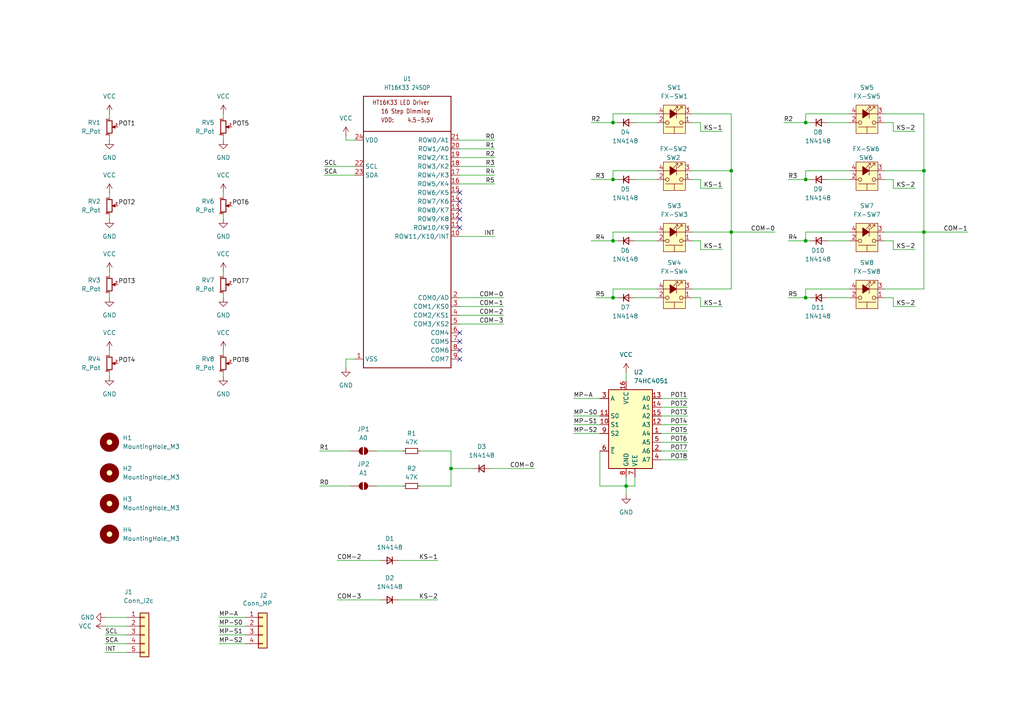
<source format=kicad_sch>
(kicad_sch (version 20231120) (generator "eeschema") (generator_version "8.0")
  (paper "A4")
  (lib_symbols
    (symbol "74xx:74HC4051"
      (property "Reference" "U" (at -5.08 11.43 0))
      (property "Value" "74HC4051" (at -7.62 -13.97 0))
      (symbol "74HC4051_0_1"
        (rectangle (start -5.08 10.16) (end 7.62 -12.7) (stroke (width 0.254)) (fill (type background)))
      )
      (symbol "74HC4051_1_1"
        (pin passive line (at 10.16 -2.54 180) (length 2.54) (name "A4") (number "1"))
        (pin input line (at -7.62 0 0) (length 2.54) (name "S1") (number "10"))
        (pin input line (at -7.62 2.54 0) (length 2.54) (name "S0") (number "11"))
        (pin passive line (at 10.16 0 180) (length 2.54) (name "A3") (number "12"))
        (pin passive line (at 10.16 7.62 180) (length 2.54) (name "A0") (number "13"))
        (pin passive line (at 10.16 5.08 180) (length 2.54) (name "A1") (number "14"))
        (pin passive line (at 10.16 2.54 180) (length 2.54) (name "A2") (number "15"))
        (pin power_in line (at 0 12.7 270) (length 2.54) (name "VCC") (number "16"))
        (pin passive line (at 10.16 -7.62 180) (length 2.54) (name "A6") (number "2"))
        (pin passive line (at -7.62 7.62 0) (length 2.54) (name "A") (number "3"))
        (pin passive line (at 10.16 -10.16 180) (length 2.54) (name "A7") (number "4"))
        (pin passive line (at 10.16 -5.08 180) (length 2.54) (name "A5") (number "5"))
        (pin input line (at -7.62 -7.62 0) (length 2.54) (name "~{E}") (number "6"))
        (pin power_in line (at 2.54 -15.24 90) (length 2.54) (name "VEE") (number "7"))
        (pin power_in line (at 0 -15.24 90) (length 2.54) (name "GND") (number "8"))
        (pin input line (at -7.62 -2.54 0) (length 2.54) (name "S2") (number "9"))
      )
    )
    (symbol "Connector_Generic:Conn_01x04" (pin_names (offset 1.016) hide)
      (property "Reference" "J" (at 0 5.08 0))
      (property "Value" "Conn_01x04" (at 0 -7.62 0))
      (symbol "Conn_01x04_1_1"
        (rectangle (start -1.27 -4.953) (end 0 -5.207) (stroke (width 0.1524)))
        (rectangle (start -1.27 -2.413) (end 0 -2.667) (stroke (width 0.1524)))
        (rectangle (start -1.27 0.127) (end 0 -0.127) (stroke (width 0.1524)))
        (rectangle (start -1.27 2.667) (end 0 2.413) (stroke (width 0.1524)))
        (rectangle (start -1.27 3.81) (end 1.27 -6.35) (stroke (width 0.254)) (fill (type background)))
        (pin passive line (at -5.08 2.54 0) (length 3.81) (name "Pin_1") (number "1"))
        (pin passive line (at -5.08 0 0) (length 3.81) (name "Pin_2") (number "2"))
        (pin passive line (at -5.08 -2.54 0) (length 3.81) (name "Pin_3") (number "3"))
        (pin passive line (at -5.08 -5.08 0) (length 3.81) (name "Pin_4") (number "4"))
      )
    )
    (symbol "Connector_Generic:Conn_01x05" (pin_names (offset 1.016) hide)
      (property "Reference" "J" (at 0 7.62 0))
      (property "Value" "Conn_01x05" (at 0 -7.62 0))
      (symbol "Conn_01x05_1_1"
        (rectangle (start -1.27 -4.953) (end 0 -5.207) (stroke (width 0.1524)))
        (rectangle (start -1.27 -2.413) (end 0 -2.667) (stroke (width 0.1524)))
        (rectangle (start -1.27 0.127) (end 0 -0.127) (stroke (width 0.1524)))
        (rectangle (start -1.27 2.667) (end 0 2.413) (stroke (width 0.1524)))
        (rectangle (start -1.27 5.207) (end 0 4.953) (stroke (width 0.1524)))
        (rectangle (start -1.27 6.35) (end 1.27 -6.35) (stroke (width 0.254)) (fill (type background)))
        (pin passive line (at -5.08 5.08 0) (length 3.81) (name "Pin_1") (number "1"))
        (pin passive line (at -5.08 2.54 0) (length 3.81) (name "Pin_2") (number "2"))
        (pin passive line (at -5.08 0 0) (length 3.81) (name "Pin_3") (number "3"))
        (pin passive line (at -5.08 -2.54 0) (length 3.81) (name "Pin_4") (number "4"))
        (pin passive line (at -5.08 -5.08 0) (length 3.81) (name "Pin_5") (number "5"))
      )
    )
    (symbol "Device:D_Small" (pin_numbers hide) (pin_names (offset 0.254) hide)
      (property "Reference" "D" (at -1.27 2.032 0))
      (property "Value" "D_Small" (at -3.81 -2.032 0))
      (symbol "D_Small_0_1"
        (polyline (pts (xy -0.762 -1.016) (xy -0.762 1.016)) (stroke (width 0.254)))
        (polyline (pts (xy -0.762 0) (xy 0.762 0)))
        (polyline (pts (xy 0.762 -1.016) (xy -0.762 0) (xy 0.762 1.016) (xy 0.762 -1.016)) (stroke (width 0.254)))
      )
      (symbol "D_Small_1_1"
        (pin passive line (at -2.54 0 0) (length 1.778) (name "K") (number "1"))
        (pin passive line (at 2.54 0 180) (length 1.778) (name "A") (number "2"))
      )
    )
    (symbol "Device:R_Potentiometer_Small" (pin_names (offset 1.016) hide)
      (property "Reference" "RV" (at -4.445 0 90))
      (property "Value" "R_Potentiometer_Small" (at -2.54 0 90))
      (symbol "R_Potentiometer_Small_0_1"
        (polyline (pts (xy 0.889 0) (xy 0.635 0) (xy 1.651 0.381) (xy 1.651 -0.381) (xy 0.635 0) (xy 0.889 0)) (fill (type outline)))
        (rectangle (start 0.762 1.8034) (end -0.762 -1.8034) (stroke (width 0.254)))
      )
      (symbol "R_Potentiometer_Small_1_1"
        (pin passive line (at 0 2.54 270) (length 0.635) (name "1") (number "1"))
        (pin passive line (at 2.54 0 180) (length 0.9906) (name "2") (number "2"))
        (pin passive line (at 0 -2.54 90) (length 0.635) (name "3") (number "3"))
      )
    )
    (symbol "Device:R_Small" (pin_numbers hide) (pin_names (offset 0.254) hide)
      (property "Reference" "R" (at 0.762 0.508 0))
      (property "Value" "R_Small" (at 0.762 -1.016 0))
      (symbol "R_Small_0_1"
        (rectangle (start -0.762 1.778) (end 0.762 -1.778) (stroke (width 0.2032)))
      )
      (symbol "R_Small_1_1"
        (pin passive line (at 0 2.54 270) (length 0.762) (name "~") (number "1"))
        (pin passive line (at 0 -2.54 90) (length 0.762) (name "~") (number "2"))
      )
    )
    (symbol "Jumper:SolderJumper_2_Open" (pin_numbers hide) (pin_names (offset 0) hide) (exclude_from_sim yes) (in_bom no)
      (property "Reference" "JP" (at 0 2.032 0))
      (property "Value" "SolderJumper_2_Open" (at 0 -2.54 0))
      (symbol "SolderJumper_2_Open_0_1"
        (arc (start -0.254 1.016) (mid -1.2656 0) (end -0.254 -1.016))
        (arc (start -0.254 1.016) (mid -1.2656 0) (end -0.254 -1.016) (fill (type outline)))
        (polyline (pts (xy -0.254 1.016) (xy -0.254 -1.016)))
        (polyline (pts (xy 0.254 1.016) (xy 0.254 -1.016)))
        (arc (start 0.254 -1.016) (mid 1.2656 0) (end 0.254 1.016))
        (arc (start 0.254 -1.016) (mid 1.2656 0) (end 0.254 1.016) (fill (type outline)))
      )
      (symbol "SolderJumper_2_Open_1_1"
        (pin passive line (at -3.81 0 0) (length 2.54) (name "A") (number "1"))
        (pin passive line (at 3.81 0 180) (length 2.54) (name "B") (number "2"))
      )
    )
    (symbol "PCM_SL_Mechanical:MountingHole_M3"
      (property "Reference" "H" (at 0 7.62 0))
      (property "Value" "MountingHole_M3" (at 0 5.08 0))
      (symbol "MountingHole_M3_0_1"
        (circle (center 0 0) (radius 1.27) (fill (type background)))
        (circle (center 0 0) (radius 1.7961) (stroke (width 2)))
      )
    )
    (symbol "Switch:SW_Push_LED" (pin_names (offset 1.016) hide)
      (property "Reference" "SW" (at 0 7.62 0))
      (property "Value" "SW_Push_LED" (at 0 -3.81 0))
      (symbol "SW_Push_LED_0_0"
        (polyline (pts (xy -2.54 0) (xy 2.54 0)))
        (polyline (pts (xy -2.286 -2.159) (xy -1.016 -0.889)))
        (polyline (pts (xy -1.016 -2.159) (xy 0.254 -0.889)))
        (polyline (pts (xy -0.635 1.27) (xy -0.635 -1.27)))
        (polyline (pts (xy -2.286 -1.524) (xy -2.286 -2.159) (xy -1.651 -2.159)))
        (polyline (pts (xy -1.016 -1.524) (xy -1.016 -2.159) (xy -0.381 -2.159)))
        (polyline (pts (xy -0.635 0) (xy 1.27 1.27) (xy 1.27 -1.27) (xy -0.635 0)) (fill (type outline)))
      )
      (symbol "SW_Push_LED_0_1"
        (circle (center -2.032 2.54) (radius 0.508))
        (polyline (pts (xy 0 3.81) (xy 0 5.588)))
        (polyline (pts (xy 2.54 3.81) (xy -2.54 3.81)))
        (circle (center 2.032 2.54) (radius 0.508))
        (pin passive line (at -5.08 2.54 0) (length 2.54) (name "1") (number "1"))
        (pin passive line (at 5.08 2.54 180) (length 2.54) (name "2") (number "2"))
        (pin passive line (at -5.08 0 0) (length 2.54) (name "K") (number "3"))
        (pin passive line (at 5.08 0 180) (length 2.54) (name "A") (number "4"))
      )
      (symbol "SW_Push_LED_1_1"
        (rectangle (start -3.175 5.715) (end 3.175 -2.54) (fill (type background)))
      )
    )
    (symbol "ht16k33_sop28:HT16K33_SOP24"
      (property "Reference" "U1" (at -12.7 40.64 0))
      (property "Value" "HT16K33 24SOP" (at -12.7 -43.18 0))
      (symbol "HT16K33_SOP24_1_0"
        (polyline (pts (xy -12.7 -40.64) (xy -12.7 27.94)) (stroke (width 0.254)))
        (polyline (pts (xy -12.7 27.94) (xy -12.7 38.1)) (stroke (width 0.254)))
        (polyline (pts (xy -12.7 27.94) (xy 12.7 27.94)) (stroke (width 0.254)))
        (polyline (pts (xy -12.7 38.1) (xy 12.7 38.1)) (stroke (width 0.254)))
        (polyline (pts (xy 12.7 -40.64) (xy -12.7 -40.64)) (stroke (width 0.254)))
        (polyline (pts (xy 12.7 38.1) (xy 12.7 -40.64)) (stroke (width 0.254)))
        (text "16 Step Dimming" (at -7.62 33.02 0) (effects (font (size 1.27 1.0795)) (justify left bottom)))
        (text "4.5-5.5V" (at 0 30.48 0) (effects (font (size 1.27 1.0795)) (justify left bottom)))
        (text "HT16K33 LED Driver" (at -10.16 35.56 0) (effects (font (size 1.27 1.0795)) (justify left bottom)))
        (text "VDD:" (at -7.62 30.48 0) (effects (font (size 1.27 1.0795)) (justify left bottom)))
        (pin bidirectional line (at -15.24 -38.1 0) (length 2.54) (name "VSS") (number "1"))
        (pin bidirectional line (at 15.24 -2.54 180) (length 2.54) (name "ROW11/K10/INT") (number "10"))
        (pin bidirectional line (at 15.24 0 180) (length 2.54) (name "ROW10/K9") (number "11"))
        (pin bidirectional line (at 15.24 2.54 180) (length 2.54) (name "ROW9/K8") (number "12"))
        (pin bidirectional line (at 15.24 5.08 180) (length 2.54) (name "ROW8/K7") (number "13"))
        (pin bidirectional line (at 15.24 7.62 180) (length 2.54) (name "ROW7/K6") (number "14"))
        (pin bidirectional line (at 15.24 10.16 180) (length 2.54) (name "ROW6/K5") (number "15"))
        (pin bidirectional line (at 15.24 12.7 180) (length 2.54) (name "ROW5/K4") (number "16"))
        (pin bidirectional line (at 15.24 15.24 180) (length 2.54) (name "ROW4/K3") (number "17"))
        (pin bidirectional line (at 15.24 17.78 180) (length 2.54) (name "ROW3/K2") (number "18"))
        (pin bidirectional line (at 15.24 20.32 180) (length 2.54) (name "ROW2/K1") (number "19"))
        (pin bidirectional line (at 15.24 -20.32 180) (length 2.54) (name "COM0/AD") (number "2"))
        (pin bidirectional line (at 15.24 22.86 180) (length 2.54) (name "ROW1/A0") (number "20"))
        (pin bidirectional line (at 15.24 25.4 180) (length 2.54) (name "ROW0/A1") (number "21"))
        (pin bidirectional line (at -15.24 17.78 0) (length 2.54) (name "SCL") (number "22"))
        (pin bidirectional line (at -15.24 15.24 0) (length 2.54) (name "SDA") (number "23"))
        (pin bidirectional line (at -15.24 25.4 0) (length 2.54) (name "VDD") (number "24"))
        (pin bidirectional line (at 15.24 -22.86 180) (length 2.54) (name "COM1/KS0") (number "3"))
        (pin bidirectional line (at 15.24 -25.4 180) (length 2.54) (name "COM2/KS1") (number "4"))
        (pin bidirectional line (at 15.24 -27.94 180) (length 2.54) (name "COM3/KS2") (number "5"))
        (pin bidirectional line (at 15.24 -30.48 180) (length 2.54) (name "COM4") (number "6"))
        (pin bidirectional line (at 15.24 -33.02 180) (length 2.54) (name "COM5") (number "7"))
        (pin bidirectional line (at 15.24 -35.56 180) (length 2.54) (name "COM6") (number "8"))
        (pin bidirectional line (at 15.24 -38.1 180) (length 2.54) (name "COM7") (number "9"))
      )
    )
    (symbol "power:GND" (power) (pin_numbers hide) (pin_names (offset 0) hide)
      (property "Value" "GND" (at 0 -3.81 0))
      (symbol "GND_0_1"
        (polyline (pts (xy 0 0) (xy 0 -1.27) (xy 1.27 -1.27) (xy 0 -2.54) (xy -1.27 -1.27) (xy 0 -1.27)))
      )
      (symbol "GND_1_1"
        (pin power_in line (at 0 0 270) (length 0) (name "~") (number "1"))
      )
    )
    (symbol "power:VCC" (power) (pin_numbers hide) (pin_names (offset 0) hide)
      (property "Value" "VCC" (at 0 3.556 0))
      (symbol "VCC_0_1"
        (polyline (pts (xy -0.762 1.27) (xy 0 2.54)))
        (polyline (pts (xy 0 0) (xy 0 2.54)))
        (polyline (pts (xy 0 2.54) (xy 0.762 1.27)))
      )
      (symbol "VCC_1_1"
        (pin power_in line (at 0 0 90) (length 0) (name "~") (number "1"))
      )
    )
  )
  (junction (at 267.97 49.53))
  (junction (at 233.68 35.56))
  (junction (at 212.09 67.31))
  (junction (at 212.09 49.53))
  (junction (at 177.8 35.56))
  (junction (at 233.68 69.85))
  (junction (at 177.8 69.85))
  (junction (at 233.68 86.36))
  (junction (at 233.68 52.07))
  (junction (at 267.97 67.31))
  (junction (at 177.8 52.07))
  (junction (at 181.61 140.97))
  (junction (at 130.81 135.89))
  (junction (at 177.8 86.36))
  (no_connect (at 133.35 101.6))
  (no_connect (at 133.35 104.14))
  (no_connect (at 133.35 60.96))
  (no_connect (at 133.35 55.88))
  (no_connect (at 133.35 96.52))
  (no_connect (at 133.35 63.5))
  (no_connect (at 133.35 99.06))
  (no_connect (at 133.35 58.42))
  (no_connect (at 133.35 66.04))
  (wire (pts (xy 203.2 52.07) (xy 203.2 54.61)))
  (wire (pts (xy 259.08 54.61) (xy 265.43 54.61)))
  (wire (pts (xy 184.15 140.97) (xy 181.61 140.97)))
  (wire (pts (xy 181.61 107.95) (xy 181.61 110.49)))
  (wire (pts (xy 203.2 38.1) (xy 209.55 38.1)))
  (wire (pts (xy 177.8 67.31) (xy 190.5 67.31)))
  (wire (pts (xy 177.8 86.36) (xy 179.07 86.36)))
  (wire (pts (xy 184.15 52.07) (xy 190.5 52.07)))
  (wire (pts (xy 133.35 40.64) (xy 143.51 40.64)))
  (wire (pts (xy 233.68 49.53) (xy 233.68 52.07)))
  (wire (pts (xy 133.35 43.18) (xy 143.51 43.18)))
  (wire (pts (xy 133.35 91.44) (xy 146.05 91.44)))
  (wire (pts (xy 212.09 33.02) (xy 212.09 49.53)))
  (wire (pts (xy 177.8 49.53) (xy 190.5 49.53)))
  (wire (pts (xy 233.68 86.36) (xy 234.95 86.36)))
  (wire (pts (xy 133.35 53.34) (xy 143.51 53.34)))
  (wire (pts (xy 200.66 52.07) (xy 203.2 52.07)))
  (wire (pts (xy 166.37 125.73) (xy 173.99 125.73)))
  (wire (pts (xy 171.45 52.07) (xy 177.8 52.07)))
  (wire (pts (xy 133.35 93.98) (xy 146.05 93.98)))
  (wire (pts (xy 181.61 140.97) (xy 181.61 143.51)))
  (wire (pts (xy 203.2 86.36) (xy 203.2 88.9)))
  (wire (pts (xy 64.77 85.09) (xy 64.77 86.36)))
  (wire (pts (xy 177.8 49.53) (xy 177.8 52.07)))
  (wire (pts (xy 184.15 69.85) (xy 190.5 69.85)))
  (wire (pts (xy 63.5 186.69) (xy 71.12 186.69)))
  (wire (pts (xy 121.92 130.81) (xy 130.81 130.81)))
  (wire (pts (xy 142.24 135.89) (xy 154.94 135.89)))
  (wire (pts (xy 200.66 35.56) (xy 203.2 35.56)))
  (wire (pts (xy 267.97 67.31) (xy 267.97 83.82)))
  (wire (pts (xy 267.97 83.82) (xy 256.54 83.82)))
  (wire (pts (xy 31.75 101.6) (xy 31.75 102.87)))
  (wire (pts (xy 133.35 50.8) (xy 143.51 50.8)))
  (wire (pts (xy 256.54 69.85) (xy 259.08 69.85)))
  (wire (pts (xy 130.81 135.89) (xy 130.81 140.97)))
  (wire (pts (xy 30.48 184.15) (xy 36.83 184.15)))
  (wire (pts (xy 109.22 130.81) (xy 116.84 130.81)))
  (wire (pts (xy 177.8 69.85) (xy 179.07 69.85)))
  (wire (pts (xy 259.08 52.07) (xy 259.08 54.61)))
  (wire (pts (xy 228.6 69.85) (xy 233.68 69.85)))
  (wire (pts (xy 93.98 48.26) (xy 102.87 48.26)))
  (wire (pts (xy 64.77 101.6) (xy 64.77 102.87)))
  (wire (pts (xy 166.37 123.19) (xy 173.99 123.19)))
  (wire (pts (xy 191.77 128.27) (xy 199.39 128.27)))
  (wire (pts (xy 240.03 35.56) (xy 246.38 35.56)))
  (wire (pts (xy 31.75 39.37) (xy 31.75 40.64)))
  (wire (pts (xy 227.33 35.56) (xy 233.68 35.56)))
  (wire (pts (xy 30.48 179.07) (xy 36.83 179.07)))
  (wire (pts (xy 63.5 179.07) (xy 71.12 179.07)))
  (wire (pts (xy 133.35 48.26) (xy 143.51 48.26)))
  (wire (pts (xy 109.22 140.97) (xy 116.84 140.97)))
  (wire (pts (xy 200.66 33.02) (xy 212.09 33.02)))
  (wire (pts (xy 191.77 125.73) (xy 199.39 125.73)))
  (wire (pts (xy 233.68 35.56) (xy 234.95 35.56)))
  (wire (pts (xy 130.81 135.89) (xy 137.16 135.89)))
  (wire (pts (xy 200.66 69.85) (xy 203.2 69.85)))
  (wire (pts (xy 133.35 68.58) (xy 143.51 68.58)))
  (wire (pts (xy 256.54 67.31) (xy 267.97 67.31)))
  (wire (pts (xy 212.09 67.31) (xy 224.79 67.31)))
  (wire (pts (xy 233.68 67.31) (xy 233.68 69.85)))
  (wire (pts (xy 200.66 49.53) (xy 212.09 49.53)))
  (wire (pts (xy 133.35 88.9) (xy 146.05 88.9)))
  (wire (pts (xy 203.2 69.85) (xy 203.2 72.39)))
  (wire (pts (xy 177.8 35.56) (xy 179.07 35.56)))
  (wire (pts (xy 212.09 83.82) (xy 200.66 83.82)))
  (wire (pts (xy 101.6 140.97) (xy 92.71 140.97)))
  (wire (pts (xy 267.97 33.02) (xy 267.97 49.53)))
  (wire (pts (xy 267.97 67.31) (xy 280.67 67.31)))
  (wire (pts (xy 173.99 130.81) (xy 173.99 140.97)))
  (wire (pts (xy 177.8 67.31) (xy 177.8 69.85)))
  (wire (pts (xy 64.77 107.95) (xy 64.77 109.22)))
  (wire (pts (xy 130.81 140.97) (xy 121.92 140.97)))
  (wire (pts (xy 177.8 83.82) (xy 177.8 86.36)))
  (wire (pts (xy 191.77 120.65) (xy 199.39 120.65)))
  (wire (pts (xy 233.68 83.82) (xy 233.68 86.36)))
  (wire (pts (xy 191.77 130.81) (xy 199.39 130.81)))
  (wire (pts (xy 233.68 67.31) (xy 246.38 67.31)))
  (wire (pts (xy 177.8 52.07) (xy 179.07 52.07)))
  (wire (pts (xy 64.77 78.74) (xy 64.77 80.01)))
  (wire (pts (xy 102.87 104.14) (xy 100.33 104.14)))
  (wire (pts (xy 212.09 67.31) (xy 212.09 83.82)))
  (wire (pts (xy 233.68 83.82) (xy 246.38 83.82)))
  (wire (pts (xy 30.48 186.69) (xy 36.83 186.69)))
  (wire (pts (xy 177.8 33.02) (xy 190.5 33.02)))
  (wire (pts (xy 233.68 33.02) (xy 233.68 35.56)))
  (wire (pts (xy 133.35 86.36) (xy 146.05 86.36)))
  (wire (pts (xy 203.2 35.56) (xy 203.2 38.1)))
  (wire (pts (xy 259.08 35.56) (xy 259.08 38.1)))
  (wire (pts (xy 166.37 115.57) (xy 173.99 115.57)))
  (wire (pts (xy 115.57 162.56) (xy 127 162.56)))
  (wire (pts (xy 256.54 33.02) (xy 267.97 33.02)))
  (wire (pts (xy 259.08 38.1) (xy 265.43 38.1)))
  (wire (pts (xy 267.97 49.53) (xy 267.97 67.31)))
  (wire (pts (xy 177.8 83.82) (xy 190.5 83.82)))
  (wire (pts (xy 63.5 184.15) (xy 71.12 184.15)))
  (wire (pts (xy 203.2 54.61) (xy 209.55 54.61)))
  (wire (pts (xy 31.75 33.02) (xy 31.75 34.29)))
  (wire (pts (xy 166.37 120.65) (xy 173.99 120.65)))
  (wire (pts (xy 184.15 138.43) (xy 184.15 140.97)))
  (wire (pts (xy 256.54 35.56) (xy 259.08 35.56)))
  (wire (pts (xy 93.98 50.8) (xy 102.87 50.8)))
  (wire (pts (xy 191.77 115.57) (xy 199.39 115.57)))
  (wire (pts (xy 31.75 78.74) (xy 31.75 80.01)))
  (wire (pts (xy 233.68 49.53) (xy 246.38 49.53)))
  (wire (pts (xy 130.81 130.81) (xy 130.81 135.89)))
  (wire (pts (xy 233.68 52.07) (xy 234.95 52.07)))
  (wire (pts (xy 115.57 173.99) (xy 127 173.99)))
  (wire (pts (xy 184.15 35.56) (xy 190.5 35.56)))
  (wire (pts (xy 203.2 72.39) (xy 209.55 72.39)))
  (wire (pts (xy 172.72 86.36) (xy 177.8 86.36)))
  (wire (pts (xy 228.6 86.36) (xy 233.68 86.36)))
  (wire (pts (xy 240.03 86.36) (xy 246.38 86.36)))
  (wire (pts (xy 177.8 33.02) (xy 177.8 35.56)))
  (wire (pts (xy 92.71 130.81) (xy 101.6 130.81)))
  (wire (pts (xy 200.66 86.36) (xy 203.2 86.36)))
  (wire (pts (xy 191.77 118.11) (xy 199.39 118.11)))
  (wire (pts (xy 64.77 33.02) (xy 64.77 34.29)))
  (wire (pts (xy 228.6 52.07) (xy 233.68 52.07)))
  (wire (pts (xy 64.77 62.23) (xy 64.77 63.5)))
  (wire (pts (xy 64.77 39.37) (xy 64.77 40.64)))
  (wire (pts (xy 259.08 88.9) (xy 265.43 88.9)))
  (wire (pts (xy 191.77 123.19) (xy 199.39 123.19)))
  (wire (pts (xy 31.75 55.88) (xy 31.75 57.15)))
  (wire (pts (xy 110.49 162.56) (xy 97.79 162.56)))
  (wire (pts (xy 100.33 39.37) (xy 100.33 40.64)))
  (wire (pts (xy 212.09 49.53) (xy 212.09 67.31)))
  (wire (pts (xy 100.33 40.64) (xy 102.87 40.64)))
  (wire (pts (xy 110.49 173.99) (xy 97.79 173.99)))
  (wire (pts (xy 200.66 67.31) (xy 212.09 67.31)))
  (wire (pts (xy 256.54 86.36) (xy 259.08 86.36)))
  (wire (pts (xy 31.75 107.95) (xy 31.75 109.22)))
  (wire (pts (xy 233.68 33.02) (xy 246.38 33.02)))
  (wire (pts (xy 171.45 69.85) (xy 177.8 69.85)))
  (wire (pts (xy 64.77 55.88) (xy 64.77 57.15)))
  (wire (pts (xy 31.75 85.09) (xy 31.75 86.36)))
  (wire (pts (xy 191.77 133.35) (xy 199.39 133.35)))
  (wire (pts (xy 100.33 104.14) (xy 100.33 106.68)))
  (wire (pts (xy 256.54 49.53) (xy 267.97 49.53)))
  (wire (pts (xy 133.35 45.72) (xy 143.51 45.72)))
  (wire (pts (xy 63.5 181.61) (xy 71.12 181.61)))
  (wire (pts (xy 173.99 140.97) (xy 181.61 140.97)))
  (wire (pts (xy 259.08 69.85) (xy 259.08 72.39)))
  (wire (pts (xy 184.15 86.36) (xy 190.5 86.36)))
  (wire (pts (xy 240.03 69.85) (xy 246.38 69.85)))
  (wire (pts (xy 203.2 88.9) (xy 209.55 88.9)))
  (wire (pts (xy 171.45 35.56) (xy 177.8 35.56)))
  (wire (pts (xy 259.08 86.36) (xy 259.08 88.9)))
  (wire (pts (xy 256.54 52.07) (xy 259.08 52.07)))
  (wire (pts (xy 181.61 138.43) (xy 181.61 140.97)))
  (wire (pts (xy 259.08 72.39) (xy 265.43 72.39)))
  (wire (pts (xy 30.48 189.23) (xy 36.83 189.23)))
  (wire (pts (xy 240.03 52.07) (xy 246.38 52.07)))
  (wire (pts (xy 30.48 181.61) (xy 36.83 181.61)))
  (wire (pts (xy 233.68 69.85) (xy 234.95 69.85)))
  (wire (pts (xy 31.75 62.23) (xy 31.75 63.5)))
  (label "SCL" (at 93.98 48.26 0))
  (label "KS-2" (at 127 173.99 180))
  (label "KS-1" (at 127 162.56 180))
  (label "KS-2" (at 265.43 72.39 180))
  (label "POT5" (at 199.39 125.73 180))
  (label "COM-0" (at 224.79 67.31 180))
  (label "POT2" (at 199.39 118.11 180))
  (label "R3" (at 143.51 48.26 180))
  (label "POT1" (at 199.39 115.57 180))
  (label "POT1" (at 34.29 36.83 0))
  (label "POT3" (at 34.29 82.55 0))
  (label "R1" (at 92.71 130.81 0))
  (label "R3" (at 228.6 52.07 0))
  (label "COM-3" (at 146.05 93.98 180))
  (label "COM-1" (at 146.05 88.9 180))
  (label "R4" (at 228.6 69.85 0))
  (label "POT5" (at 67.31 36.83 0))
  (label "POT3" (at 199.39 120.65 180))
  (label "POT8" (at 67.31 105.41 0))
  (label "R0" (at 92.71 140.97 0))
  (label "POT7" (at 67.31 82.55 0))
  (label "KS-1" (at 209.55 54.61 180))
  (label "R4" (at 172.72 69.85 0))
  (label "R2" (at 143.51 45.72 180))
  (label "SCL" (at 30.48 184.15 0))
  (label "INT" (at 143.51 68.58 180))
  (label "POT2" (at 34.29 59.69 0))
  (label "R4" (at 143.51 50.8 180))
  (label "INT" (at 30.48 189.23 0))
  (label "COM-3" (at 97.79 173.99 0))
  (label "MP-S1" (at 166.37 123.19 0))
  (label "KS-1" (at 209.55 72.39 180))
  (label "POT4" (at 34.29 105.41 0))
  (label "COM-1" (at 280.67 67.31 180))
  (label "COM-2" (at 146.05 91.44 180))
  (label "R5" (at 172.72 86.36 0))
  (label "KS-1" (at 209.55 38.1 180))
  (label "MP-S2" (at 166.37 125.73 0))
  (label "R1" (at 143.51 43.18 180))
  (label "R2" (at 171.45 35.56 0))
  (label "R2" (at 227.33 35.56 0))
  (label "R5" (at 228.6 86.36 0))
  (label "KS-2" (at 265.43 88.9 180))
  (label "POT8" (at 199.39 133.35 180))
  (label "R0" (at 143.51 40.64 180))
  (label "COM-0" (at 154.94 135.89 180))
  (label "R3" (at 172.72 52.07 0))
  (label "MP-A" (at 63.5 179.07 0))
  (label "KS-2" (at 265.43 54.61 180))
  (label "MP-S2" (at 63.5 186.69 0))
  (label "MP-S0" (at 63.5 181.61 0))
  (label "MP-S0" (at 166.37 120.65 0))
  (label "SCA" (at 93.98 50.8 0))
  (label "KS-2" (at 265.43 38.1 180))
  (label "R5" (at 143.51 53.34 180))
  (label "POT4" (at 199.39 123.19 180))
  (label "COM-0" (at 146.05 86.36 180))
  (label "POT7" (at 199.39 130.81 180))
  (label "POT6" (at 67.31 59.69 0))
  (label "POT6" (at 199.39 128.27 180))
  (label "COM-2" (at 97.79 162.56 0))
  (label "KS-1" (at 209.55 88.9 180))
  (label "MP-S1" (at 63.5 184.15 0))
  (label "MP-A" (at 166.37 115.57 0))
  (label "SCA" (at 30.48 186.69 0))
  (symbol (lib_id "power:VCC") (at 100.33 39.37 0) (unit 1)
    (property "Reference" "#PWR019" (effects (hide yes)))
    (property "Value" "VCC" (at 100.33 34.29 0))
    (property "Description" "Power symbol creates a global label with name \"VCC\"" (effects (hide yes)))
  )
  (symbol (lib_id "Device:R_Potentiometer_Small") (at 31.75 59.69 0) (unit 1)
    (property "Reference" "RV2" (at 29.21 58.4199 0) (effects (justify right)))
    (property "Value" "R_Pot" (at 29.21 60.9599 0) (effects (justify right)))
    (property "Footprint" "Potentiometer_THT:Potentiometer_Bourns_PTV09A-1_Single_Vertical" (effects (hide yes)))
    (property "Description" "Potentiometer" (effects (hide yes)))
  )
  (symbol (lib_id "ht16k33_sop28:HT16K33_SOP24") (at 118.11 66.04 0) (unit 1)
    (property "Reference" "U1" (at 118.11 22.86 0) (effects (font (size 1.27 1.0795))))
    (property "Value" "HT16K33 24SOP" (at 118.11 25.4 0) (effects (font (size 1.27 1.0795))))
    (property "Footprint" "Package_SO:SSOP-24_5.3x8.2mm_P0.65mm" (effects (hide yes)))
  )
  (symbol (lib_id "power:GND") (at 31.75 109.22 0) (mirror y) (unit 1)
    (property "Reference" "#PWR010" (effects (hide yes)))
    (property "Value" "GND" (at 31.75 114.3 0))
    (property "Description" "Power symbol creates a global label with name \"GND\" , ground" (effects (hide yes)))
  )
  (symbol (lib_id "Switch:SW_Push_LED") (at 251.46 49.53 180) (unit 1)
    (property "Reference" "SW6" (at 251.206 45.72 0))
    (property "Value" "FX-SW6" (at 251.206 43.18 0))
    (property "Footprint" "led-sw:led switch" (effects (hide yes)))
    (property "Description" "Push button switch with LED, generic" (effects (hide yes)))
  )
  (symbol (lib_id "power:GND") (at 30.48 179.07 270) (mirror x) (unit 1)
    (property "Reference" "#PWR02" (effects (hide yes)))
    (property "Value" "GND" (at 25.4 179.07 90))
    (property "Description" "Power symbol creates a global label with name \"GND\" , ground" (effects (hide yes)))
  )
  (symbol (lib_id "power:GND") (at 181.61 143.51 0) (mirror y) (unit 1)
    (property "Reference" "#PWR022" (effects (hide yes)))
    (property "Value" "GND" (at 181.61 148.59 0))
    (property "Description" "Power symbol creates a global label with name \"GND\" , ground" (effects (hide yes)))
  )
  (symbol (lib_id "Device:D_Small") (at 181.61 86.36 0) (unit 1)
    (property "Reference" "D7" (at 181.356 89.154 0))
    (property "Value" "1N4148" (at 181.356 91.694 0))
    (property "Footprint" "Diode_SMD:D_SOD-123" (effects (hide yes)))
    (property "Description" "Diode, small symbol" (effects (hide yes)))
    (property "Sim.Device" "D" (effects (hide yes)))
    (property "Sim.Pins" "1=K 2=A" (effects (hide yes)))
  )
  (symbol (lib_id "Device:D_Small") (at 237.49 52.07 0) (unit 1)
    (property "Reference" "D9" (at 237.236 54.864 0))
    (property "Value" "1N4148" (at 237.236 57.404 0))
    (property "Footprint" "Diode_SMD:D_SOD-123" (effects (hide yes)))
    (property "Description" "Diode, small symbol" (effects (hide yes)))
    (property "Sim.Device" "D" (effects (hide yes)))
    (property "Sim.Pins" "1=K 2=A" (effects (hide yes)))
  )
  (symbol (lib_id "Device:D_Small") (at 181.61 52.07 0) (unit 1)
    (property "Reference" "D5" (at 181.356 54.864 0))
    (property "Value" "1N4148" (at 181.356 57.404 0))
    (property "Footprint" "Diode_SMD:D_SOD-123" (effects (hide yes)))
    (property "Description" "Diode, small symbol" (effects (hide yes)))
    (property "Sim.Device" "D" (effects (hide yes)))
    (property "Sim.Pins" "1=K 2=A" (effects (hide yes)))
  )
  (symbol (lib_id "Jumper:SolderJumper_2_Open") (at 105.41 130.81 0) (unit 1) (exclude_from_sim yes) (in_bom no)
    (property "Reference" "JP1" (at 105.41 124.46 0))
    (property "Value" "A0" (at 105.41 127 0))
    (property "Footprint" "Jumper:SolderJumper-2_P1.3mm_Open_RoundedPad1.0x1.5mm" (effects (hide yes)))
    (property "Description" "Solder Jumper, 2-pole, open" (effects (hide yes)))
  )
  (symbol (lib_id "power:VCC") (at 64.77 101.6 0) (unit 1)
    (property "Reference" "#PWR017" (effects (hide yes)))
    (property "Value" "VCC" (at 64.77 96.52 0))
    (property "Description" "Power symbol creates a global label with name \"VCC\"" (effects (hide yes)))
  )
  (symbol (lib_id "Device:D_Small") (at 139.7 135.89 0) (unit 1)
    (property "Reference" "D3" (at 139.7 129.54 0))
    (property "Value" "1N4148" (at 139.7 132.08 0))
    (property "Footprint" "Diode_SMD:D_SOD-123" (effects (hide yes)))
    (property "Description" "Diode, small symbol" (effects (hide yes)))
    (property "Sim.Device" "D" (effects (hide yes)))
    (property "Sim.Pins" "1=K 2=A" (effects (hide yes)))
  )
  (symbol (lib_id "Connector_Generic:Conn_01x04") (at 76.2 181.61 0) (unit 1)
    (property "Reference" "J2" (at 75.184 172.72 0) (effects (justify left)))
    (property "Value" "Conn_MP" (at 70.358 175.006 0) (effects (justify left)))
    (property "Footprint" "Connector_Hirose:Hirose_DF13-04P-1.25DSA_1x04_P1.25mm_Vertical" (effects (hide yes)))
    (property "Description" "Generic connector, single row, 01x04, script generated (kicad-library-utils/schlib/autogen/connector/)" (effects (hide yes)))
  )
  (symbol (lib_id "PCM_SL_Mechanical:MountingHole_M3") (at 31.75 146.05 0) (unit 1)
    (property "Reference" "H3" (at 35.56 144.7799 0) (effects (justify left)))
    (property "Value" "MountingHole_M3" (at 35.56 147.3199 0) (effects (justify left)))
    (property "Footprint" "MountingHole:MountingHole_3.2mm_M3" (effects (hide yes)))
    (property "Description" "3.2mm Diameter Mounting Hole (M3)" (effects (hide yes)))
  )
  (symbol (lib_id "Switch:SW_Push_LED") (at 251.46 67.31 180) (unit 1)
    (property "Reference" "SW7" (at 251.46 59.69 0))
    (property "Value" "FX-SW7" (at 251.46 62.23 0))
    (property "Footprint" "led-sw:led switch" (effects (hide yes)))
    (property "Description" "Push button switch with LED, generic" (effects (hide yes)))
  )
  (symbol (lib_id "power:VCC") (at 64.77 78.74 0) (unit 1)
    (property "Reference" "#PWR015" (effects (hide yes)))
    (property "Value" "VCC" (at 64.77 73.66 0))
    (property "Description" "Power symbol creates a global label with name \"VCC\"" (effects (hide yes)))
  )
  (symbol (lib_id "power:VCC") (at 31.75 78.74 0) (unit 1)
    (property "Reference" "#PWR07" (effects (hide yes)))
    (property "Value" "VCC" (at 31.75 73.66 0))
    (property "Description" "Power symbol creates a global label with name \"VCC\"" (effects (hide yes)))
  )
  (symbol (lib_id "power:VCC") (at 64.77 33.02 0) (unit 1)
    (property "Reference" "#PWR011" (effects (hide yes)))
    (property "Value" "VCC" (at 64.77 27.94 0))
    (property "Description" "Power symbol creates a global label with name \"VCC\"" (effects (hide yes)))
  )
  (symbol (lib_id "power:VCC") (at 31.75 55.88 0) (unit 1)
    (property "Reference" "#PWR05" (effects (hide yes)))
    (property "Value" "VCC" (at 31.75 50.8 0))
    (property "Description" "Power symbol creates a global label with name \"VCC\"" (effects (hide yes)))
  )
  (symbol (lib_id "Device:D_Small") (at 237.49 35.56 0) (unit 1)
    (property "Reference" "D8" (at 237.236 38.354 0))
    (property "Value" "1N4148" (at 237.236 40.894 0))
    (property "Footprint" "Diode_SMD:D_SOD-123" (effects (hide yes)))
    (property "Description" "Diode, small symbol" (effects (hide yes)))
    (property "Sim.Device" "D" (effects (hide yes)))
    (property "Sim.Pins" "1=K 2=A" (effects (hide yes)))
  )
  (symbol (lib_id "power:GND") (at 31.75 63.5 0) (mirror y) (unit 1)
    (property "Reference" "#PWR06" (effects (hide yes)))
    (property "Value" "GND" (at 31.75 68.58 0))
    (property "Description" "Power symbol creates a global label with name \"GND\" , ground" (effects (hide yes)))
  )
  (symbol (lib_id "power:GND") (at 64.77 63.5 0) (mirror y) (unit 1)
    (property "Reference" "#PWR014" (effects (hide yes)))
    (property "Value" "GND" (at 64.77 68.58 0))
    (property "Description" "Power symbol creates a global label with name \"GND\" , ground" (effects (hide yes)))
  )
  (symbol (lib_id "Switch:SW_Push_LED") (at 195.58 67.31 180) (unit 1)
    (property "Reference" "SW3" (at 195.58 59.69 0))
    (property "Value" "FX-SW3" (at 195.58 62.23 0))
    (property "Footprint" "led-sw:led switch" (effects (hide yes)))
    (property "Description" "Push button switch with LED, generic" (effects (hide yes)))
  )
  (symbol (lib_id "Device:R_Small") (at 119.38 130.81 90) (unit 1)
    (property "Reference" "R1" (at 119.38 125.73 90))
    (property "Value" "47K" (at 119.38 128.27 90))
    (property "Footprint" "Resistor_SMD:R_0805_2012Metric_Pad1.20x1.40mm_HandSolder" (effects (hide yes)))
    (property "Description" "Resistor, small symbol" (effects (hide yes)))
  )
  (symbol (lib_id "Device:R_Potentiometer_Small") (at 31.75 82.55 0) (unit 1)
    (property "Reference" "RV3" (at 29.21 81.2799 0) (effects (justify right)))
    (property "Value" "R_Pot" (at 29.21 83.8199 0) (effects (justify right)))
    (property "Footprint" "Potentiometer_THT:Potentiometer_Bourns_PTV09A-1_Single_Vertical" (effects (hide yes)))
    (property "Description" "Potentiometer" (effects (hide yes)))
  )
  (symbol (lib_id "power:VCC") (at 31.75 33.02 0) (unit 1)
    (property "Reference" "#PWR03" (effects (hide yes)))
    (property "Value" "VCC" (at 31.75 27.94 0))
    (property "Description" "Power symbol creates a global label with name \"VCC\"" (effects (hide yes)))
  )
  (symbol (lib_id "power:VCC") (at 181.61 107.95 0) (unit 1)
    (property "Reference" "#PWR021" (effects (hide yes)))
    (property "Value" "VCC" (at 181.61 102.87 0))
    (property "Description" "Power symbol creates a global label with name \"VCC\"" (effects (hide yes)))
  )
  (symbol (lib_id "Device:R_Potentiometer_Small") (at 64.77 82.55 0) (unit 1)
    (property "Reference" "RV7" (at 62.23 81.2799 0) (effects (justify right)))
    (property "Value" "R_Pot" (at 62.23 83.8199 0) (effects (justify right)))
    (property "Footprint" "Potentiometer_THT:Potentiometer_Bourns_PTV09A-1_Single_Vertical" (effects (hide yes)))
    (property "Description" "Potentiometer" (effects (hide yes)))
  )
  (symbol (lib_id "power:GND") (at 64.77 109.22 0) (mirror y) (unit 1)
    (property "Reference" "#PWR018" (effects (hide yes)))
    (property "Value" "GND" (at 64.77 114.3 0))
    (property "Description" "Power symbol creates a global label with name \"GND\" , ground" (effects (hide yes)))
  )
  (symbol (lib_id "Device:D_Small") (at 113.03 173.99 0) (mirror y) (unit 1)
    (property "Reference" "D2" (at 113.03 167.64 0))
    (property "Value" "1N4148" (at 113.03 170.18 0))
    (property "Footprint" "Diode_SMD:D_SOD-123" (effects (hide yes)))
    (property "Description" "Diode, small symbol" (effects (hide yes)))
    (property "Sim.Device" "D" (effects (hide yes)))
    (property "Sim.Pins" "1=K 2=A" (effects (hide yes)))
  )
  (symbol (lib_id "power:VCC") (at 31.75 101.6 0) (unit 1)
    (property "Reference" "#PWR09" (effects (hide yes)))
    (property "Value" "VCC" (at 31.75 96.52 0))
    (property "Description" "Power symbol creates a global label with name \"VCC\"" (effects (hide yes)))
  )
  (symbol (lib_id "Device:R_Potentiometer_Small") (at 64.77 36.83 0) (unit 1)
    (property "Reference" "RV5" (at 62.23 35.5599 0) (effects (justify right)))
    (property "Value" "R_Pot" (at 62.23 38.0999 0) (effects (justify right)))
    (property "Footprint" "Potentiometer_THT:Potentiometer_Bourns_PTV09A-1_Single_Vertical" (effects (hide yes)))
    (property "Description" "Potentiometer" (effects (hide yes)))
  )
  (symbol (lib_id "Device:R_Potentiometer_Small") (at 64.77 59.69 0) (unit 1)
    (property "Reference" "RV6" (at 62.23 58.4199 0) (effects (justify right)))
    (property "Value" "R_Pot" (at 62.23 60.9599 0) (effects (justify right)))
    (property "Footprint" "Potentiometer_THT:Potentiometer_Bourns_PTV09A-1_Single_Vertical" (effects (hide yes)))
    (property "Description" "Potentiometer" (effects (hide yes)))
  )
  (symbol (lib_id "Device:R_Potentiometer_Small") (at 64.77 105.41 0) (unit 1)
    (property "Reference" "RV8" (at 62.23 104.1399 0) (effects (justify right)))
    (property "Value" "R_Pot" (at 62.23 106.6799 0) (effects (justify right)))
    (property "Footprint" "Potentiometer_THT:Potentiometer_Bourns_PTV09A-1_Single_Vertical" (effects (hide yes)))
    (property "Description" "Potentiometer" (effects (hide yes)))
  )
  (symbol (lib_id "Device:D_Small") (at 237.49 86.36 0) (unit 1)
    (property "Reference" "D11" (at 237.236 89.154 0))
    (property "Value" "1N4148" (at 237.236 91.694 0))
    (property "Footprint" "Diode_SMD:D_SOD-123" (effects (hide yes)))
    (property "Description" "Diode, small symbol" (effects (hide yes)))
    (property "Sim.Device" "D" (effects (hide yes)))
    (property "Sim.Pins" "1=K 2=A" (effects (hide yes)))
  )
  (symbol (lib_id "Device:D_Small") (at 181.61 69.85 0) (unit 1)
    (property "Reference" "D6" (at 181.356 72.644 0))
    (property "Value" "1N4148" (at 181.356 75.184 0))
    (property "Footprint" "Diode_SMD:D_SOD-123" (effects (hide yes)))
    (property "Description" "Diode, small symbol" (effects (hide yes)))
    (property "Sim.Device" "D" (effects (hide yes)))
    (property "Sim.Pins" "1=K 2=A" (effects (hide yes)))
  )
  (symbol (lib_id "power:GND") (at 31.75 40.64 0) (mirror y) (unit 1)
    (property "Reference" "#PWR04" (effects (hide yes)))
    (property "Value" "GND" (at 31.75 45.72 0))
    (property "Description" "Power symbol creates a global label with name \"GND\" , ground" (effects (hide yes)))
  )
  (symbol (lib_id "Device:D_Small") (at 181.61 35.56 0) (unit 1)
    (property "Reference" "D4" (at 181.356 38.354 0))
    (property "Value" "1N4148" (at 181.356 40.894 0))
    (property "Footprint" "Diode_SMD:D_SOD-123" (effects (hide yes)))
    (property "Description" "Diode, small symbol" (effects (hide yes)))
    (property "Sim.Device" "D" (effects (hide yes)))
    (property "Sim.Pins" "1=K 2=A" (effects (hide yes)))
  )
  (symbol (lib_id "Device:R_Small") (at 119.38 140.97 90) (unit 1)
    (property "Reference" "R2" (at 119.38 135.89 90))
    (property "Value" "47K" (at 119.38 138.43 90))
    (property "Footprint" "Resistor_SMD:R_0805_2012Metric_Pad1.20x1.40mm_HandSolder" (effects (hide yes)))
    (property "Description" "Resistor, small symbol" (effects (hide yes)))
  )
  (symbol (lib_id "PCM_SL_Mechanical:MountingHole_M3") (at 31.75 154.94 0) (unit 1)
    (property "Reference" "H4" (at 35.56 153.6699 0) (effects (justify left)))
    (property "Value" "MountingHole_M3" (at 35.56 156.2099 0) (effects (justify left)))
    (property "Footprint" "MountingHole:MountingHole_3.2mm_M3" (effects (hide yes)))
    (property "Description" "3.2mm Diameter Mounting Hole (M3)" (effects (hide yes)))
  )
  (symbol (lib_id "Switch:SW_Push_LED") (at 195.58 83.82 180) (unit 1)
    (property "Reference" "SW4" (at 195.58 76.2 0))
    (property "Value" "FX-SW4" (at 195.58 78.74 0))
    (property "Footprint" "led-sw:led switch" (effects (hide yes)))
    (property "Description" "Push button switch with LED, generic" (effects (hide yes)))
  )
  (symbol (lib_id "74xx:74HC4051") (at 181.61 123.19 0) (unit 1)
    (property "Reference" "U2" (at 183.8041 107.95 0) (effects (justify left)))
    (property "Value" "74HC4051" (at 183.8041 110.49 0) (effects (justify left)))
    (property "Footprint" "Package_SO:TSSOP-16-1EP_4.4x5mm_P0.65mm_EP3x3mm" (effects (hide yes)))
    (property "Datasheet" "http://www.ti.com/lit/ds/symlink/cd74hc4051.pdf" (effects (hide yes)))
    (property "Description" "8-channel analog multiplexer/demultiplexer, DIP-16/SOIC-16/TSSOP-16" (effects (hide yes)))
  )
  (symbol (lib_id "power:VCC") (at 30.48 181.61 90) (unit 1)
    (property "Reference" "#PWR01" (effects (hide yes)))
    (property "Value" "VCC" (at 26.67 181.6099 90) (effects (justify left)))
    (property "Description" "Power symbol creates a global label with name \"VCC\"" (effects (hide yes)))
  )
  (symbol (lib_id "power:GND") (at 31.75 86.36 0) (mirror y) (unit 1)
    (property "Reference" "#PWR08" (effects (hide yes)))
    (property "Value" "GND" (at 31.75 91.44 0))
    (property "Description" "Power symbol creates a global label with name \"GND\" , ground" (effects (hide yes)))
  )
  (symbol (lib_id "PCM_SL_Mechanical:MountingHole_M3") (at 31.75 128.27 0) (unit 1)
    (property "Reference" "H1" (at 35.56 126.9999 0) (effects (justify left)))
    (property "Value" "MountingHole_M3" (at 35.56 129.5399 0) (effects (justify left)))
    (property "Footprint" "MountingHole:MountingHole_3.2mm_M3" (effects (hide yes)))
    (property "Description" "3.2mm Diameter Mounting Hole (M3)" (effects (hide yes)))
  )
  (symbol (lib_id "power:VCC") (at 64.77 55.88 0) (unit 1)
    (property "Reference" "#PWR013" (effects (hide yes)))
    (property "Value" "VCC" (at 64.77 50.8 0))
    (property "Description" "Power symbol creates a global label with name \"VCC\"" (effects (hide yes)))
  )
  (symbol (lib_id "power:GND") (at 100.33 106.68 0) (mirror y) (unit 1)
    (property "Reference" "#PWR020" (effects (hide yes)))
    (property "Value" "GND" (at 100.33 111.76 0))
    (property "Description" "Power symbol creates a global label with name \"GND\" , ground" (effects (hide yes)))
  )
  (symbol (lib_id "power:GND") (at 64.77 40.64 0) (mirror y) (unit 1)
    (property "Reference" "#PWR012" (effects (hide yes)))
    (property "Value" "GND" (at 64.77 45.72 0))
    (property "Description" "Power symbol creates a global label with name \"GND\" , ground" (effects (hide yes)))
  )
  (symbol (lib_id "Jumper:SolderJumper_2_Open") (at 105.41 140.97 0) (unit 1) (exclude_from_sim yes) (in_bom no)
    (property "Reference" "JP2" (at 105.41 134.62 0))
    (property "Value" "A1" (at 105.41 137.16 0))
    (property "Footprint" "Jumper:SolderJumper-2_P1.3mm_Open_RoundedPad1.0x1.5mm" (effects (hide yes)))
    (property "Description" "Solder Jumper, 2-pole, open" (effects (hide yes)))
  )
  (symbol (lib_id "Device:D_Small") (at 237.49 69.85 0) (unit 1)
    (property "Reference" "D10" (at 237.236 72.644 0))
    (property "Value" "1N4148" (at 237.236 75.184 0))
    (property "Footprint" "Diode_SMD:D_SOD-123" (effects (hide yes)))
    (property "Description" "Diode, small symbol" (effects (hide yes)))
    (property "Sim.Device" "D" (effects (hide yes)))
    (property "Sim.Pins" "1=K 2=A" (effects (hide yes)))
  )
  (symbol (lib_id "Device:D_Small") (at 113.03 162.56 0) (mirror y) (unit 1)
    (property "Reference" "D1" (at 113.03 156.21 0))
    (property "Value" "1N4148" (at 113.03 158.75 0))
    (property "Footprint" "Diode_SMD:D_SOD-123" (effects (hide yes)))
    (property "Description" "Diode, small symbol" (effects (hide yes)))
    (property "Sim.Device" "D" (effects (hide yes)))
    (property "Sim.Pins" "1=K 2=A" (effects (hide yes)))
  )
  (symbol (lib_id "Device:R_Potentiometer_Small") (at 31.75 36.83 0) (unit 1)
    (property "Reference" "RV1" (at 29.21 35.5599 0) (effects (justify right)))
    (property "Value" "R_Pot" (at 29.21 38.0999 0) (effects (justify right)))
    (property "Footprint" "Potentiometer_THT:Potentiometer_Bourns_PTV09A-1_Single_Vertical" (effects (hide yes)))
    (property "Description" "Potentiometer" (effects (hide yes)))
  )
  (symbol (lib_id "power:GND") (at 64.77 86.36 0) (mirror y) (unit 1)
    (property "Reference" "#PWR016" (effects (hide yes)))
    (property "Value" "GND" (at 64.77 91.44 0))
    (property "Description" "Power symbol creates a global label with name \"GND\" , ground" (effects (hide yes)))
  )
  (symbol (lib_id "Switch:SW_Push_LED") (at 195.58 33.02 180) (unit 1)
    (property "Reference" "SW1" (at 195.58 25.4 0))
    (property "Value" "FX-SW1" (at 195.58 27.94 0))
    (property "Footprint" "led-sw:led switch" (effects (hide yes)))
    (property "Description" "Push button switch with LED, generic" (effects (hide yes)))
  )
  (symbol (lib_id "Switch:SW_Push_LED") (at 251.46 33.02 180) (unit 1)
    (property "Reference" "SW5" (at 251.46 25.4 0))
    (property "Value" "FX-SW5" (at 251.46 27.94 0))
    (property "Footprint" "led-sw:led switch" (effects (hide yes)))
    (property "Description" "Push button switch with LED, generic" (effects (hide yes)))
  )
  (symbol (lib_id "PCM_SL_Mechanical:MountingHole_M3") (at 31.75 137.16 0) (unit 1)
    (property "Reference" "H2" (at 35.56 135.8899 0) (effects (justify left)))
    (property "Value" "MountingHole_M3" (at 35.56 138.4299 0) (effects (justify left)))
    (property "Footprint" "MountingHole:MountingHole_3.2mm_M3" (effects (hide yes)))
    (property "Description" "3.2mm Diameter Mounting Hole (M3)" (effects (hide yes)))
  )
  (symbol (lib_id "Connector_Generic:Conn_01x05") (at 41.91 184.15 0) (unit 1)
    (property "Reference" "J1" (at 36.068 171.704 0) (effects (justify left)))
    (property "Value" "Conn_I2c" (at 35.814 174.244 0) (effects (justify left)))
    (property "Footprint" "Connector_Hirose:Hirose_DF13-05P-1.25DSA_1x05_P1.25mm_Vertical" (effects (hide yes)))
    (property "Description" "Generic connector, single row, 01x05, script generated (kicad-library-utils/schlib/autogen/connector/)" (effects (hide yes)))
  )
  (symbol (lib_id "Device:R_Potentiometer_Small") (at 31.75 105.41 0) (unit 1)
    (property "Reference" "RV4" (at 29.21 104.1399 0) (effects (justify right)))
    (property "Value" "R_Pot" (at 29.21 106.6799 0) (effects (justify right)))
    (property "Footprint" "Potentiometer_THT:Potentiometer_Bourns_PTV09A-1_Single_Vertical" (effects (hide yes)))
    (property "Description" "Potentiometer" (effects (hide yes)))
  )
  (symbol (lib_id "Switch:SW_Push_LED") (at 195.58 49.53 180) (unit 1)
    (property "Reference" "SW2" (at 195.326 45.72 0))
    (property "Value" "FX-SW2" (at 195.326 43.18 0))
    (property "Footprint" "led-sw:led switch" (effects (hide yes)))
    (property "Description" "Push button switch with LED, generic" (effects (hide yes)))
  )
  (symbol (lib_id "Switch:SW_Push_LED") (at 251.46 83.82 180) (unit 1)
    (property "Reference" "SW8" (at 251.46 76.2 0))
    (property "Value" "FX-SW8" (at 251.46 78.74 0))
    (property "Footprint" "led-sw:led switch" (effects (hide yes)))
    (property "Description" "Push button switch with LED, generic" (effects (hide yes)))
  )
)
</source>
